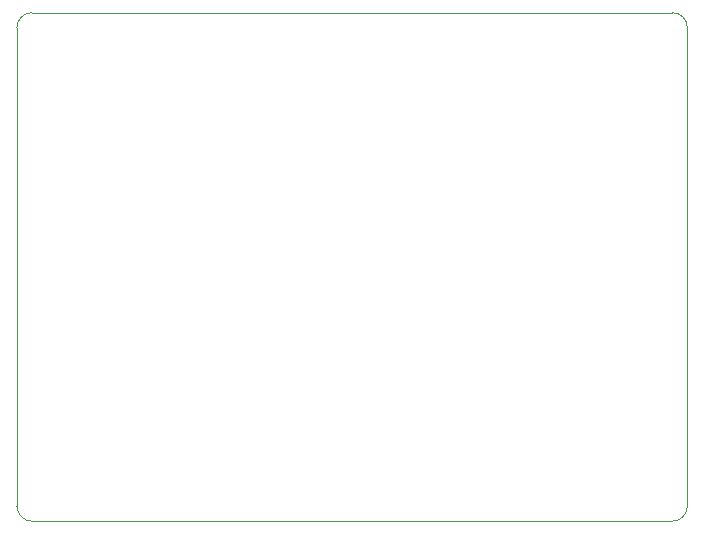
<source format=gbr>
%TF.GenerationSoftware,Altium Limited,Altium Designer,22.8.2 (66)*%
G04 Layer_Color=0*
%FSLAX45Y45*%
%MOMM*%
%TF.SameCoordinates,7D29B654-BFA4-4C5B-9AD4-86D38D862F27*%
%TF.FilePolarity,Positive*%
%TF.FileFunction,Profile,NP*%
%TF.Part,Single*%
G01*
G75*
%TA.AperFunction,Profile*%
%ADD27C,0.02540*%
D27*
X-12700Y76200D02*
G03*
X114300Y-50800I127000J0D01*
G01*
X5537200D01*
D02*
G03*
X5664200Y76200I0J127000D01*
G01*
Y4127500D01*
D02*
G03*
X5537200Y4254500I-127000J0D01*
G01*
X114300D01*
D02*
G03*
X-12700Y4127500I0J-127000D01*
G01*
Y76200D01*
%TF.MD5,d9d3b48dcd69f08033b244d18c728f64*%
M02*

</source>
